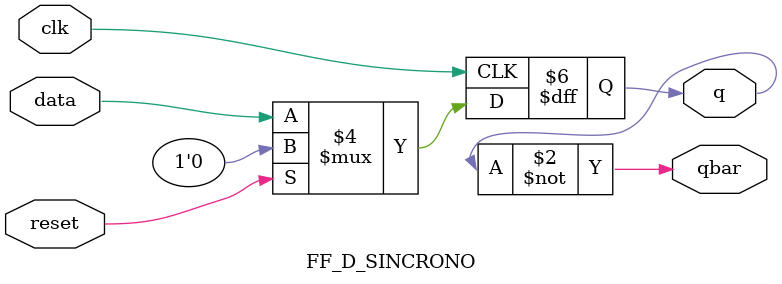
<source format=v>
`timescale 1ns / 1ps

module FF_D_SINCRONO(reset,clk,data,q,qbar);
    //Entradas
    input data, reset, clk;
    output qbar;
    output reg q;
   
   always @(posedge clk) 
    begin
        if(reset)
            q <= 1'b0; 
     else 
            q <= data; 
    end 
   assign qbar = ~q;
endmodule




</source>
